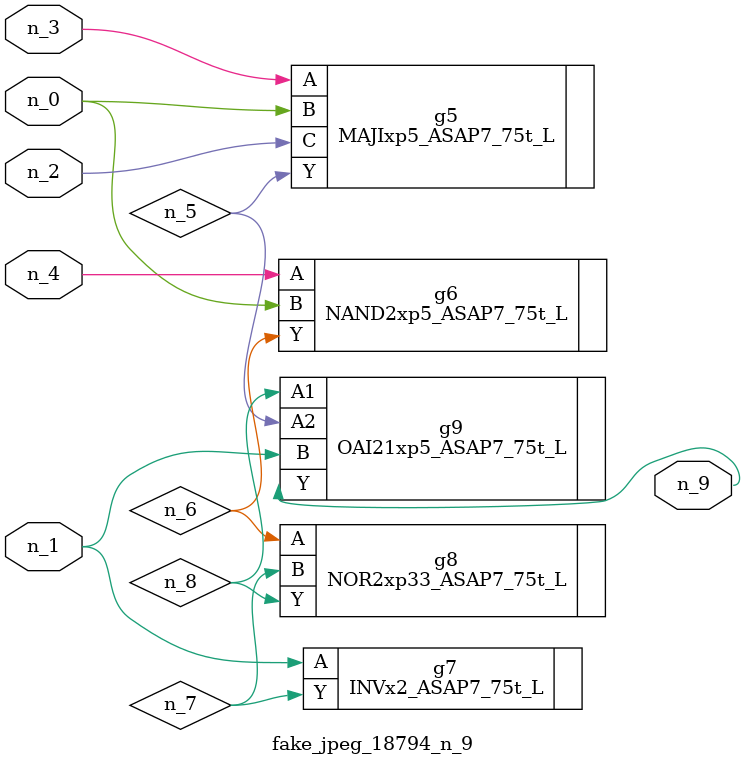
<source format=v>
module fake_jpeg_18794_n_9 (n_3, n_2, n_1, n_0, n_4, n_9);

input n_3;
input n_2;
input n_1;
input n_0;
input n_4;

output n_9;

wire n_8;
wire n_6;
wire n_5;
wire n_7;

MAJIxp5_ASAP7_75t_L g5 ( 
.A(n_3),
.B(n_0),
.C(n_2),
.Y(n_5)
);

NAND2xp5_ASAP7_75t_L g6 ( 
.A(n_4),
.B(n_0),
.Y(n_6)
);

INVx2_ASAP7_75t_L g7 ( 
.A(n_1),
.Y(n_7)
);

NOR2xp33_ASAP7_75t_L g8 ( 
.A(n_6),
.B(n_7),
.Y(n_8)
);

OAI21xp5_ASAP7_75t_L g9 ( 
.A1(n_8),
.A2(n_5),
.B(n_1),
.Y(n_9)
);


endmodule
</source>
